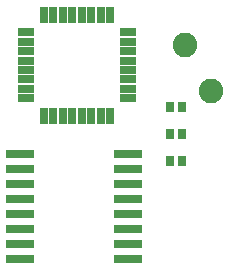
<source format=gts>
G04 EAGLE Gerber RS-274X export*
G75*
%MOMM*%
%FSLAX34Y34*%
%LPD*%
%INTop Soldermask*%
%IPPOS*%
%AMOC8*
5,1,8,0,0,1.08239X$1,22.5*%
G01*
%ADD10R,2.403200X0.803200*%
%ADD11R,0.803200X0.903200*%
%ADD12R,1.473200X0.762000*%
%ADD13R,0.762000X1.473200*%
%ADD14C,2.082800*%


D10*
X98780Y110490D03*
X190780Y85090D03*
X98780Y123190D03*
X98780Y97790D03*
X98780Y85090D03*
X190780Y97790D03*
X190780Y72390D03*
X190780Y59690D03*
X98780Y59690D03*
X190780Y34290D03*
X98780Y72390D03*
X98780Y46990D03*
X190780Y46990D03*
X98780Y34290D03*
X190780Y110490D03*
X190780Y123190D03*
D11*
X226140Y116840D03*
X236140Y116840D03*
X226140Y162560D03*
X236140Y162560D03*
X226140Y139700D03*
X236140Y139700D03*
D12*
X104394Y226120D03*
X104394Y218120D03*
X104394Y210120D03*
X104394Y202120D03*
X104394Y194120D03*
X104394Y186120D03*
X104394Y178120D03*
X104394Y170120D03*
D13*
X119320Y155194D03*
X127320Y155194D03*
X135320Y155194D03*
X143320Y155194D03*
X151320Y155194D03*
X159320Y155194D03*
X167320Y155194D03*
X175320Y155194D03*
D12*
X190246Y170120D03*
X190246Y178120D03*
X190246Y186120D03*
X190246Y194120D03*
X190246Y202120D03*
X190246Y210120D03*
X190246Y218120D03*
X190246Y226120D03*
D13*
X175320Y241046D03*
X167320Y241046D03*
X159320Y241046D03*
X151320Y241046D03*
X143320Y241046D03*
X135320Y241046D03*
X127320Y241046D03*
X119320Y241046D03*
D14*
X260999Y176144D03*
X239011Y215649D03*
M02*

</source>
